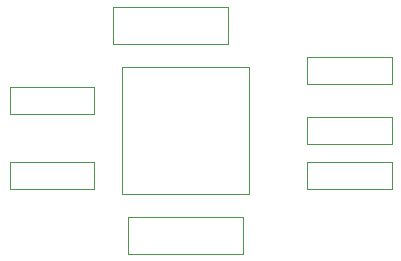
<source format=gbr>
G04 #@! TF.FileFunction,Other,User*
%FSLAX46Y46*%
G04 Gerber Fmt 4.6, Leading zero omitted, Abs format (unit mm)*
G04 Created by KiCad (PCBNEW 4.0.7) date 01/25/19 00:29:59*
%MOMM*%
%LPD*%
G01*
G04 APERTURE LIST*
%ADD10C,0.100000*%
%ADD11C,0.050000*%
G04 APERTURE END LIST*
D10*
D11*
X161410000Y-83940000D02*
X161410000Y-86240000D01*
X161410000Y-86240000D02*
X168560000Y-86240000D01*
X168560000Y-86240000D02*
X168560000Y-83940000D01*
X168560000Y-83940000D02*
X161410000Y-83940000D01*
X143390000Y-95130000D02*
X143390000Y-92830000D01*
X143390000Y-92830000D02*
X136240000Y-92830000D01*
X136240000Y-92830000D02*
X136240000Y-95130000D01*
X136240000Y-95130000D02*
X143390000Y-95130000D01*
X143390000Y-88780000D02*
X143390000Y-86480000D01*
X143390000Y-86480000D02*
X136240000Y-86480000D01*
X136240000Y-86480000D02*
X136240000Y-88780000D01*
X136240000Y-88780000D02*
X143390000Y-88780000D01*
X161410000Y-92830000D02*
X161410000Y-95130000D01*
X161410000Y-95130000D02*
X168560000Y-95130000D01*
X168560000Y-95130000D02*
X168560000Y-92830000D01*
X168560000Y-92830000D02*
X161410000Y-92830000D01*
X161410000Y-89020000D02*
X161410000Y-91320000D01*
X161410000Y-91320000D02*
X168560000Y-91320000D01*
X168560000Y-91320000D02*
X168560000Y-89020000D01*
X168560000Y-89020000D02*
X161410000Y-89020000D01*
X146270000Y-97460000D02*
X146270000Y-100660000D01*
X146270000Y-100660000D02*
X156020000Y-100660000D01*
X156020000Y-100660000D02*
X156020000Y-97460000D01*
X156020000Y-97460000D02*
X146270000Y-97460000D01*
X154720000Y-82880000D02*
X154720000Y-79680000D01*
X154720000Y-79680000D02*
X144970000Y-79680000D01*
X144970000Y-79680000D02*
X144970000Y-82880000D01*
X144970000Y-82880000D02*
X154720000Y-82880000D01*
X145770000Y-84760000D02*
X145770000Y-95560000D01*
X145770000Y-95560000D02*
X156470000Y-95560000D01*
X156470000Y-95560000D02*
X156470000Y-84760000D01*
X156470000Y-84760000D02*
X145770000Y-84760000D01*
M02*

</source>
